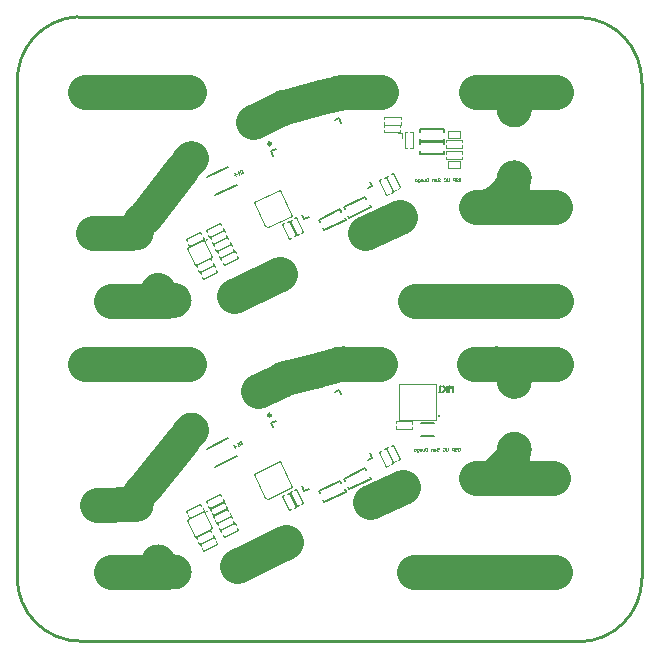
<source format=gbo>
G04*
G04 #@! TF.GenerationSoftware,Altium Limited,Altium Designer,23.2.1 (34)*
G04*
G04 Layer_Color=32896*
%FSLAX44Y44*%
%MOMM*%
G71*
G04*
G04 #@! TF.SameCoordinates,96D2EB81-E719-42E9-B1B6-D61F4878D9FD*
G04*
G04*
G04 #@! TF.FilePolarity,Positive*
G04*
G01*
G75*
%ADD40C,0.0500*%
%ADD47C,0.2540*%
%ADD48C,3.0000*%
%ADD69C,0.1000*%
%ADD70C,0.0760*%
%ADD71C,0.2000*%
%ADD72C,0.1270*%
%ADD73C,0.1500*%
%ADD75C,0.0800*%
%ADD130C,0.2500*%
%ADD131C,0.0762*%
D40*
X116760Y142563D02*
X116760Y139563D01*
X116760Y136563D02*
X116760Y139563D01*
X106260Y136563D02*
X116760Y136563D01*
X106260Y142563D02*
X106260Y136563D01*
X106260Y142563D02*
X116760Y142563D01*
X117010Y167563D02*
X117010Y164563D01*
X117010Y161563D01*
X106510Y161563D02*
X117010Y161563D01*
X106510Y161563D02*
X106510Y167563D01*
X117010Y167563D01*
D47*
X217171Y-264653D02*
G03*
X270795Y-210819I-118J53742D01*
G01*
X270608Y208316D02*
G03*
X218774Y263901I-53710J1876D01*
G01*
X-207022Y264549D02*
G03*
X-257878Y208067I2813J-53669D01*
G01*
X-258098Y-210417D02*
G03*
X-204355Y-264160I53742J0D01*
G01*
X217171D01*
X270608Y-210819D02*
X270608Y208316D01*
X-207022Y264160D02*
X218774D01*
X-258098Y-210417D02*
Y207992D01*
D48*
X-153419Y91622D02*
G03*
X-157240Y81620I11179J-10002D01*
G01*
X-138751Y-197016D02*
G03*
X-125240Y-205500I13511J6516D01*
G01*
X162760Y185620D02*
G03*
X147760Y200620I-15000J0D01*
G01*
X162760Y185620D02*
G03*
X147760Y200620I-15000J0D01*
G01*
X158367Y117622D02*
G03*
X162760Y128229I-10607J10607D01*
G01*
X158367Y117622D02*
G03*
X162760Y128229I-10607J10607D01*
G01*
X138401Y103870D02*
G03*
X149008Y108263I0J15000D01*
G01*
X138401Y103870D02*
G03*
X149008Y108263I0J15000D01*
G01*
X18291Y200620D02*
G03*
X14505Y200135I0J-15000D01*
G01*
X18291Y200620D02*
G03*
X14490Y200131I0J-15000D01*
G01*
X-31174Y188220D02*
G03*
X-33834Y187253I3771J-14519D01*
G01*
X-31189Y188216D02*
G03*
X-33851Y187245I3786J-14515D01*
G01*
X162760Y-44250D02*
G03*
X147760Y-29250I-15000J0D01*
G01*
X162760Y-44250D02*
G03*
X147760Y-29250I-15000J0D01*
G01*
X158367Y-112248D02*
G03*
X162760Y-101641I-10607J10607D01*
G01*
X138401Y-126000D02*
G03*
X149008Y-121607I0J15000D01*
G01*
X158367Y-112248D02*
G03*
X162760Y-101641I-10607J10607D01*
G01*
X138401Y-126000D02*
G03*
X149008Y-121607I0J15000D01*
G01*
X18291Y-29250D02*
G03*
X14505Y-29735I0J-15000D01*
G01*
X-31174Y-41650D02*
G03*
X-33834Y-42617I3771J-14519D01*
G01*
X18291Y-29250D02*
G03*
X14490Y-29739I0J-15000D01*
G01*
X-31189Y-41654D02*
G03*
X-33851Y-42625I3786J-14515D01*
G01*
X-110483Y144434D02*
G03*
X-112974Y141964I9243J-11814D01*
G01*
X-110491Y144428D02*
G03*
X-112983Y141953I9251J-11808D01*
G01*
X-138751Y32854D02*
G03*
X-125240Y24370I13511J6516D01*
G01*
X-138751Y32854D02*
G03*
X-125240Y24370I13511J6516D01*
G01*
X-110491Y-85442D02*
G03*
X-112983Y-87917I9251J-11808D01*
G01*
X-138751Y-197016D02*
G03*
X-125240Y-205500I13511J6516D01*
G01*
X-153408Y-138236D02*
G03*
X-157240Y-148250I11168J-10014D01*
G01*
X-153419Y-138248D02*
G03*
X-157240Y-148250I11179J-10002D01*
G01*
X78740Y24130D02*
X198120D01*
X-74670Y28109D02*
X-35560Y46990D01*
X-200660Y-29250D02*
X-113030D01*
X-200660Y200620D02*
X-113030D01*
X77470Y-205740D02*
X196850D01*
X-194317Y81357D02*
X-162070Y81520D01*
X130175Y103870D02*
X196850D01*
X130175Y200620D02*
X198120D01*
X128905Y-29250D02*
X198120D01*
X130175Y-126000D02*
X195580D01*
X-190507Y-148513D02*
X-158260Y-148350D01*
X-179070Y24130D02*
X-131590D01*
X-179070Y-205740D02*
X-131590D01*
X16370Y200620D02*
X50165D01*
X14490Y200131D02*
X16370Y200620D01*
X-72390Y-200660D02*
X-30480Y-180340D01*
X-150199Y95216D02*
X-118179Y135428D01*
X-149860Y-133350D02*
X-117560Y-93665D01*
X40666Y-146650D02*
X68367Y-133350D01*
X36376Y81160D02*
X65722Y95250D01*
X18291Y-29250D02*
X48895D01*
X-58169Y175705D02*
X-33851Y187245D01*
X-53863Y-52122D02*
X-33851Y-42625D01*
X149008Y108263D02*
X156950Y116205D01*
X-522Y196215D02*
X14490Y200131D01*
X-31174Y188220D02*
X-522Y196215D01*
X149008Y-121607D02*
X156950Y-113665D01*
X14490Y-29739D02*
X14505Y-29735D01*
X-522Y-33655D02*
X14490Y-29739D01*
X-31174Y-41650D02*
X-3810Y-34513D01*
X-31189Y188216D02*
X-31174Y188220D01*
X-33851Y187245D02*
X-33834Y187253D01*
X-31189Y-41654D02*
X-31174Y-41650D01*
X-33851Y-42625D02*
X-33834Y-42617D01*
D69*
X52760Y179813D02*
X52760Y177813D01*
X52760Y179813D02*
X66760Y179813D01*
X66760Y177813D02*
X66760Y179813D01*
X66760Y173313D02*
X66760Y175313D01*
X52760Y173313D02*
X66760Y173313D01*
X52760Y173313D02*
X52760Y175313D01*
X70260Y153563D02*
X72260Y153563D01*
X70260Y153563D02*
X70260Y167063D01*
X72260Y167063D01*
X74760Y167063D02*
X76760Y167063D01*
X76760Y153563D01*
X74760Y153563D02*
X76760Y153563D01*
X118760Y144063D02*
X118760Y146063D01*
X104760Y144063D02*
X118760Y144063D01*
X104760Y144063D02*
Y146063D01*
X104760Y148563D02*
Y150563D01*
X118760Y150563D01*
X118760Y148563D01*
X118760Y153813D02*
X118760Y155813D01*
X104760Y153813D02*
X118760Y153813D01*
X104760Y155813D02*
X104760Y153813D01*
X104760Y158313D02*
X104760Y160313D01*
X118760Y160313D01*
X118760Y158313D01*
X66260Y166563D02*
X66260Y168563D01*
X52760Y166563D02*
X66260Y166563D01*
X52760Y166563D02*
X52760Y168563D01*
X52760Y171063D02*
X52760Y173063D01*
X66260Y173063D01*
Y171063D02*
Y173063D01*
X64010Y166063D02*
X68010Y166063D01*
X68010Y162063D02*
X68010Y166063D01*
X-96295Y80122D02*
X-95418Y78324D01*
X-83285Y84242D01*
X-84161Y86040D02*
X-83285Y84242D01*
X-86134Y90084D02*
X-85257Y88286D01*
X-98268Y84166D02*
X-86134Y90084D01*
X-98268Y84166D02*
X-97391Y82368D01*
X-91598Y54193D02*
X-90721Y52396D01*
X-103731Y48275D02*
X-91598Y54193D01*
X-103731Y48275D02*
X-102855Y46478D01*
X-101759Y44230D02*
X-100883Y42433D01*
X-88749Y48351D01*
X-89625Y50149D02*
X-88749Y48351D01*
X-93259Y73980D02*
X-92382Y72183D01*
X-80248Y78101D01*
X-81125Y79898D02*
X-80248Y78101D01*
X-83098Y83943D02*
X-82221Y82145D01*
X-95231Y78025D02*
X-83098Y83943D01*
X-95231Y78025D02*
X-94355Y76227D01*
X-90259Y67980D02*
X-89382Y66183D01*
X-77248Y72101D01*
X-78125Y73898D02*
X-77248Y72101D01*
X-80098Y77943D02*
X-79221Y76145D01*
X-92231Y72025D02*
X-80098Y77943D01*
X-92231Y72025D02*
X-91355Y70227D01*
X-87259Y61980D02*
X-86382Y60182D01*
X-74248Y66101D01*
X-75125Y67898D02*
X-74248Y66101D01*
X-77098Y71943D02*
X-76221Y70146D01*
X-89231Y66025D02*
X-77098Y71943D01*
X-89231Y66025D02*
X-88355Y64227D01*
X-84259Y55981D02*
X-83382Y54183D01*
X-71248Y60101D01*
X-72125Y61899D02*
X-71248Y60101D01*
X-74098Y65943D02*
X-73221Y64145D01*
X-86231Y60025D02*
X-74098Y65943D01*
X-86231Y60025D02*
X-85355Y58227D01*
X48186Y126075D02*
X49968Y126983D01*
X48186Y126075D02*
X54542Y113601D01*
X56324Y114508D01*
X58551Y115644D02*
X60334Y116552D01*
X53978Y129026D02*
X60334Y116552D01*
X52196Y128118D02*
X53978Y129026D01*
X54300Y129101D02*
X56082Y130009D01*
X54300Y129101D02*
X60429Y117073D01*
X62211Y117981D01*
X64439Y119116D02*
X66220Y120024D01*
X60091Y132052D02*
X66220Y120024D01*
X58309Y131145D02*
X60091Y132052D01*
X-17517Y81830D02*
X-15719Y82707D01*
X-21637Y94840D02*
X-15719Y82707D01*
X-23435Y93964D02*
X-21637Y94840D01*
X-27479Y91991D02*
X-25682Y92868D01*
X-27479Y91991D02*
X-21561Y79858D01*
X-19764Y80735D01*
X-34121Y88706D02*
X-32322Y89582D01*
X-34121Y88706D02*
X-28202Y76571D01*
X-26405Y77448D01*
X-24158Y78545D02*
X-22360Y79422D01*
X-28279Y91554D02*
X-22360Y79422D01*
X-30076Y90678D02*
X-28279Y91554D01*
X-94634Y60084D02*
X-93757Y58286D01*
X-106768Y54166D02*
X-94634Y60084D01*
X-106768Y54166D02*
X-105891Y52368D01*
X-104795Y50121D02*
X-103918Y48324D01*
X-91785Y54242D01*
X-92662Y56040D02*
X-91785Y54242D01*
X-113259Y72230D02*
X-112382Y70433D01*
X-100248Y76351D01*
X-101125Y78148D02*
X-100248Y76351D01*
X-103098Y82193D02*
X-102221Y80395D01*
X-115231Y76275D02*
X-103098Y82193D01*
X-115231Y76275D02*
X-114355Y74477D01*
X99910Y-74057D02*
G03*
X99853Y-74123I-700J550D01*
G01*
X80585Y-76806D02*
X96659Y-76807D01*
X65409Y-76806D02*
X80585Y-76806D01*
X65409Y-46306D02*
X65409Y-76806D01*
X65409Y-46306D02*
X96660Y-46306D01*
X96659Y-76807D02*
X96660Y-46306D01*
X-96295Y-149748D02*
X-95418Y-151546D01*
X-83285Y-145628D01*
X-84161Y-143830D02*
X-83285Y-145628D01*
X-86134Y-139786D02*
X-85257Y-141584D01*
X-98268Y-145704D02*
X-86134Y-139786D01*
X-98268Y-145704D02*
X-97391Y-147502D01*
X-91598Y-175677D02*
X-90721Y-177474D01*
X-103731Y-181595D02*
X-91598Y-175677D01*
X-103731Y-181595D02*
X-102855Y-183392D01*
X-101759Y-185640D02*
X-100883Y-187437D01*
X-88749Y-181519D01*
X-89625Y-179721D02*
X-88749Y-181519D01*
X-93259Y-155890D02*
X-92382Y-157687D01*
X-80248Y-151769D01*
X-81125Y-149972D02*
X-80248Y-151769D01*
X-83098Y-145927D02*
X-82221Y-147725D01*
X-95231Y-151845D02*
X-83098Y-145927D01*
X-95231Y-151845D02*
X-94355Y-153643D01*
X-90259Y-161889D02*
X-89382Y-163687D01*
X-77248Y-157769D01*
X-78125Y-155972D02*
X-77248Y-157769D01*
X-80098Y-151927D02*
X-79221Y-153725D01*
X-92231Y-157845D02*
X-80098Y-151927D01*
X-92231Y-157845D02*
X-91355Y-159643D01*
X-87259Y-167890D02*
X-86382Y-169688D01*
X-74248Y-163769D01*
X-75125Y-161972D02*
X-74248Y-163769D01*
X-77098Y-157927D02*
X-76221Y-159725D01*
X-89231Y-163845D02*
X-77098Y-157927D01*
X-89231Y-163845D02*
X-88355Y-165643D01*
X-84259Y-173890D02*
X-83382Y-175687D01*
X-71248Y-169769D01*
X-72125Y-167971D02*
X-71248Y-169769D01*
X-74098Y-163927D02*
X-73221Y-165725D01*
X-86231Y-169845D02*
X-74098Y-163927D01*
X-86231Y-169845D02*
X-85355Y-171643D01*
X48186Y-103795D02*
X49968Y-102887D01*
X48186Y-103795D02*
X54542Y-116270D01*
X56324Y-115362D01*
X58551Y-114227D02*
X60334Y-113318D01*
X53978Y-100844D02*
X60334Y-113318D01*
X52196Y-101752D02*
X53978Y-100844D01*
X54300Y-100769D02*
X56082Y-99861D01*
X54300Y-100769D02*
X60429Y-112797D01*
X62211Y-111889D01*
X64439Y-110754D02*
X66220Y-109846D01*
X60091Y-97818D02*
X66220Y-109846D01*
X58309Y-98726D02*
X60091Y-97818D01*
X-17517Y-148040D02*
X-15719Y-147163D01*
X-21637Y-135029D02*
X-15719Y-147163D01*
X-23435Y-135906D02*
X-21637Y-135029D01*
X-27479Y-137879D02*
X-25682Y-137002D01*
X-27479Y-137879D02*
X-21561Y-150012D01*
X-19764Y-149136D01*
X-34121Y-141165D02*
X-32322Y-140288D01*
X-34121Y-141165D02*
X-28202Y-153299D01*
X-26405Y-152422D01*
X-24158Y-151325D02*
X-22360Y-150448D01*
X-28279Y-138315D02*
X-22360Y-150448D01*
X-30076Y-139192D02*
X-28279Y-138315D01*
X62204Y-84184D02*
X62239Y-82184D01*
X62204Y-84184D02*
X76202Y-84429D01*
X76237Y-82429D01*
X76281Y-79929D02*
X76316Y-77930D01*
X62318Y-77685D02*
X76316Y-77930D01*
X62283Y-79685D02*
X62318Y-77685D01*
X-94634Y-169786D02*
X-93757Y-171584D01*
X-106768Y-175704D02*
X-94634Y-169786D01*
X-106768Y-175704D02*
X-105891Y-177502D01*
X-104795Y-179749D02*
X-103918Y-181546D01*
X-91785Y-175628D01*
X-92662Y-173830D02*
X-91785Y-175628D01*
X-113259Y-157640D02*
X-112382Y-159437D01*
X-100248Y-153519D01*
X-101125Y-151721D02*
X-100248Y-153519D01*
X-103098Y-147677D02*
X-102221Y-149475D01*
X-115231Y-153595D02*
X-103098Y-147677D01*
X-115231Y-153595D02*
X-114355Y-155393D01*
D70*
X-57856Y107474D02*
X-47883Y87026D01*
X-57856Y107474D02*
X-35836Y118214D01*
X-25095Y96194D01*
X-45543Y86221D02*
X-25095Y96194D01*
X-47883Y87026D02*
X-45543Y86221D01*
X-57856Y-122396D02*
X-47883Y-142844D01*
X-57856Y-122396D02*
X-35836Y-111656D01*
X-25095Y-133676D01*
X-45543Y-143649D02*
X-25095Y-133676D01*
X-47883Y-142844D02*
X-45543Y-143649D01*
D71*
X-43029Y150547D02*
X-39209Y152410D01*
X-43029Y150547D02*
X-41166Y146727D01*
X10674Y176740D02*
X14494Y178603D01*
X16357Y174783D01*
X40686Y124900D02*
X42550Y121080D01*
X38730Y119217D02*
X42550Y121080D01*
X-14973Y93024D02*
X-11153Y94887D01*
X-16836Y96844D02*
X-14973Y93024D01*
X-97759Y128792D02*
X-79674Y137613D01*
X-90306Y113513D02*
X-72221Y122334D01*
X-43029Y-79323D02*
X-39209Y-77460D01*
X-43029Y-79323D02*
X-41166Y-83143D01*
X10674Y-53130D02*
X14494Y-51267D01*
X16357Y-55087D01*
X40686Y-104970D02*
X42550Y-108790D01*
X38730Y-110653D02*
X42550Y-108790D01*
X-14973Y-136846D02*
X-11153Y-134983D01*
X-16836Y-133026D02*
X-14973Y-136846D01*
X-97759Y-101078D02*
X-79674Y-92257D01*
X-90306Y-116357D02*
X-72221Y-107536D01*
X84197Y-90621D02*
X94824Y-90620D01*
X84197Y-78994D02*
X94824Y-78993D01*
D72*
X-97296Y75729D02*
G03*
X-97296Y75729I-559J0D01*
G01*
Y-154141D02*
G03*
X-97296Y-154141I-559J0D01*
G01*
X110686Y-52860D02*
Y-47782D01*
X108993Y-49474D01*
X107300Y-47782D01*
Y-52860D01*
X105607Y-47782D02*
Y-52860D01*
Y-51167D01*
X102222Y-47782D01*
X104761Y-50321D01*
X102222Y-52860D01*
X100529D02*
X98836D01*
X99683D01*
Y-47782D01*
X100529Y-48628D01*
D73*
X83010Y148563D02*
X83010Y150563D01*
X83010Y148563D02*
X103010Y148563D01*
X103010Y150563D02*
X103010Y148563D01*
X103010Y158563D02*
X103010Y156563D01*
X83010Y158563D02*
X103010Y158563D01*
X83010Y156563D02*
X83010Y158563D01*
X83009Y159314D02*
X83010Y161313D01*
X83009Y159314D02*
X103010Y159313D01*
X103010Y161313D02*
X103010Y159313D01*
X103010Y169313D02*
X103010Y167313D01*
X83010Y169313D02*
X103010Y169313D01*
X83010Y167313D02*
X83010Y169313D01*
X40268Y104929D02*
X41145Y103132D01*
X23168Y94364D02*
X41145Y103132D01*
X22292Y96162D02*
X23168Y94364D01*
X18785Y103352D02*
X19662Y101555D01*
X18785Y103352D02*
X36761Y112119D01*
X37638Y110322D01*
X1087Y85483D02*
X1964Y83685D01*
X19940Y92453D01*
X19063Y94251D02*
X19940Y92453D01*
X15556Y101441D02*
X16433Y99643D01*
X-2420Y92673D02*
X15556Y101441D01*
X-2420Y92673D02*
X-1543Y90876D01*
X40268Y-124941D02*
X41145Y-126739D01*
X23168Y-135506D02*
X41145Y-126739D01*
X22292Y-133708D02*
X23168Y-135506D01*
X18785Y-126518D02*
X19662Y-128315D01*
X18785Y-126518D02*
X36761Y-117751D01*
X37638Y-119548D01*
X1087Y-144388D02*
X1964Y-146185D01*
X19940Y-137417D01*
X19063Y-135619D02*
X19940Y-137417D01*
X15556Y-128429D02*
X16433Y-130226D01*
X-2420Y-137197D02*
X15556Y-128429D01*
X-2420Y-137197D02*
X-1543Y-138994D01*
D75*
X-66810Y132431D02*
X-68124Y135127D01*
X-69472Y134469D01*
X-69702Y133801D01*
X-69264Y132903D01*
X-68596Y132673D01*
X-67248Y133330D01*
X-68147Y132892D02*
X-68607Y131555D01*
X-69505Y131117D02*
X-70404Y130679D01*
X-69955Y130898D01*
X-71269Y133593D01*
X-70601Y133363D01*
X-73099Y129364D02*
X-74414Y132059D01*
X-72409Y131369D01*
X-74206Y130492D01*
X115960Y127695D02*
X116793D01*
X117210Y127279D01*
Y125613D01*
X116793Y125196D01*
X115960D01*
X115544Y125613D01*
Y127279D01*
X115960Y127695D01*
X113045Y127279D02*
X113461Y127695D01*
X114294D01*
X114711Y127279D01*
Y126862D01*
X114294Y126446D01*
X113461D01*
X113045Y126029D01*
Y125613D01*
X113461Y125196D01*
X114294D01*
X114711Y125613D01*
X112212Y125196D02*
Y127695D01*
X110962D01*
X110546Y127279D01*
Y126446D01*
X110962Y126029D01*
X112212D01*
X107213Y127695D02*
Y125613D01*
X106797Y125196D01*
X105964D01*
X105547Y125613D01*
Y127695D01*
X103048Y127279D02*
X103464Y127695D01*
X104298D01*
X104714Y127279D01*
Y125613D01*
X104298Y125196D01*
X103464D01*
X103048Y125613D01*
X98050Y127279D02*
X98466Y127695D01*
X99299D01*
X99716Y127279D01*
Y126862D01*
X99299Y126446D01*
X98466D01*
X98050Y126029D01*
Y125613D01*
X98466Y125196D01*
X99299D01*
X99716Y125613D01*
X96800Y126862D02*
X95967D01*
X95550Y126446D01*
Y125196D01*
X96800D01*
X97217Y125613D01*
X96800Y126029D01*
X95550D01*
X94717Y125196D02*
Y126862D01*
X93468D01*
X93051Y126446D01*
Y125196D01*
X89719Y127695D02*
Y125196D01*
X88469D01*
X88053Y125613D01*
Y127279D01*
X88469Y127695D01*
X89719D01*
X87220Y125196D02*
X86387D01*
X86803D01*
Y126862D01*
X87220D01*
X83888Y125196D02*
X84721D01*
X85137Y125613D01*
Y126446D01*
X84721Y126862D01*
X83888D01*
X83471Y126446D01*
Y126029D01*
X85137D01*
X81805Y124363D02*
X81388D01*
X80972Y124780D01*
Y126862D01*
X82221D01*
X82638Y126446D01*
Y125613D01*
X82221Y125196D01*
X80972D01*
X79722D02*
X78889D01*
X78473Y125613D01*
Y126446D01*
X78889Y126862D01*
X79722D01*
X80139Y126446D01*
Y125613D01*
X79722Y125196D01*
X-67560Y-97439D02*
X-68874Y-94743D01*
X-70222Y-95400D01*
X-70452Y-96069D01*
X-70014Y-96967D01*
X-69346Y-97198D01*
X-67998Y-96540D01*
X-68896Y-96978D02*
X-69357Y-98315D01*
X-70255Y-98753D02*
X-71154Y-99192D01*
X-70704Y-98972D01*
X-72019Y-96277D01*
X-71351Y-96507D01*
X-73849Y-100506D02*
X-75164Y-97811D01*
X-73159Y-98501D01*
X-74956Y-99378D01*
X115210Y-100425D02*
X116044D01*
X116460Y-100841D01*
Y-102507D01*
X116044Y-102924D01*
X115210D01*
X114794Y-102507D01*
Y-100841D01*
X115210Y-100425D01*
X112295Y-100841D02*
X112711Y-100425D01*
X113544D01*
X113961Y-100841D01*
Y-101258D01*
X113544Y-101674D01*
X112711D01*
X112295Y-102091D01*
Y-102507D01*
X112711Y-102924D01*
X113544D01*
X113961Y-102507D01*
X111462Y-102924D02*
Y-100425D01*
X110212D01*
X109796Y-100841D01*
Y-101674D01*
X110212Y-102091D01*
X111462D01*
X106463Y-100425D02*
Y-102507D01*
X106047Y-102924D01*
X105214D01*
X104797Y-102507D01*
Y-100425D01*
X102298Y-100841D02*
X102715Y-100425D01*
X103548D01*
X103964Y-100841D01*
Y-102507D01*
X103548Y-102924D01*
X102715D01*
X102298Y-102507D01*
X97300Y-100841D02*
X97716Y-100425D01*
X98549D01*
X98966Y-100841D01*
Y-101258D01*
X98549Y-101674D01*
X97716D01*
X97300Y-102091D01*
Y-102507D01*
X97716Y-102924D01*
X98549D01*
X98966Y-102507D01*
X96050Y-101258D02*
X95217D01*
X94800Y-101674D01*
Y-102924D01*
X96050D01*
X96467Y-102507D01*
X96050Y-102091D01*
X94800D01*
X93967Y-102924D02*
Y-101258D01*
X92718D01*
X92301Y-101674D01*
Y-102924D01*
X88969Y-100425D02*
Y-102924D01*
X87719D01*
X87303Y-102507D01*
Y-100841D01*
X87719Y-100425D01*
X88969D01*
X86470Y-102924D02*
X85637D01*
X86053D01*
Y-101258D01*
X86470D01*
X83138Y-102924D02*
X83971D01*
X84387Y-102507D01*
Y-101674D01*
X83971Y-101258D01*
X83138D01*
X82721Y-101674D01*
Y-102091D01*
X84387D01*
X81055Y-103757D02*
X80638D01*
X80222Y-103340D01*
Y-101258D01*
X81472D01*
X81888Y-101674D01*
Y-102507D01*
X81472Y-102924D01*
X80222D01*
X78972D02*
X78139D01*
X77723Y-102507D01*
Y-101674D01*
X78139Y-101258D01*
X78972D01*
X79389Y-101674D01*
Y-102507D01*
X78972Y-102924D01*
D130*
X-43280Y157046D02*
G03*
X-43280Y157046I-1250J0D01*
G01*
Y-72824D02*
G03*
X-43280Y-72824I-1250J0D01*
G01*
D131*
X-114163Y68674D02*
X-99782Y75688D01*
X-92768Y61307D01*
X-107149Y54293D02*
X-92768Y61307D01*
X-114163Y68674D02*
X-107149Y54293D01*
X-114163Y-161196D02*
X-99782Y-154182D01*
X-92768Y-168563D01*
X-107149Y-175577D02*
X-92768Y-168563D01*
X-114163Y-161196D02*
X-107149Y-175577D01*
M02*

</source>
